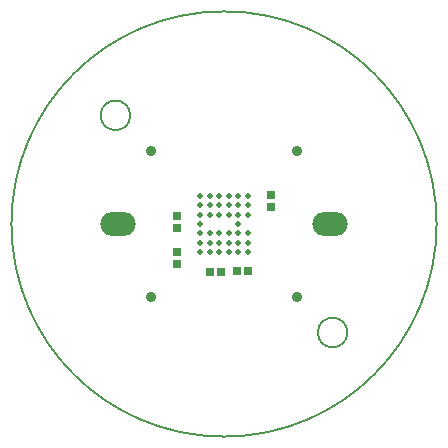
<source format=gts>
%FSLAX25Y25*%
%MOIN*%
G70*
G01*
G75*
G04 Layer_Color=8388736*
%ADD10R,0.02362X0.02362*%
%ADD11R,0.02362X0.02362*%
%ADD12C,0.01142*%
%ADD13C,0.00500*%
%ADD14C,0.00600*%
%ADD15C,0.01200*%
%ADD16C,0.00800*%
%ADD17C,0.00250*%
%ADD18C,0.02756*%
%ADD19O,0.11024X0.07087*%
%ADD20C,0.02000*%
%ADD21C,0.01600*%
%ADD22R,0.01181X0.05906*%
%ADD23R,0.08661X0.12992*%
%ADD24C,0.00984*%
%ADD25C,0.00787*%
%ADD26R,0.03162X0.03162*%
%ADD27R,0.03162X0.03162*%
%ADD28C,0.01942*%
%ADD29C,0.03556*%
%ADD30O,0.11824X0.07887*%
D13*
X70866Y0D02*
G03*
X70866Y0I-70866J0D01*
G01*
X-31270Y36191D02*
G03*
X-31270Y36191I-4921J0D01*
G01*
X41111Y-36191D02*
G03*
X41111Y-36191I-4921J0D01*
G01*
D17*
X50235Y50110D02*
G03*
X50235Y50110I-125J0D01*
G01*
X125Y70866D02*
G03*
X125Y70866I-125J0D01*
G01*
X-49985Y50110D02*
G03*
X-49985Y50110I-125J0D01*
G01*
X-70741Y0D02*
G03*
X-70741Y0I-125J0D01*
G01*
X-49985Y-50110D02*
G03*
X-49985Y-50110I-125J0D01*
G01*
X125Y-70866D02*
G03*
X125Y-70866I-125J0D01*
G01*
X50235Y-50110D02*
G03*
X50235Y-50110I-125J0D01*
G01*
X70991Y0D02*
G03*
X70991Y0I-125J0D01*
G01*
D26*
X8137Y-15800D02*
D03*
X4200D02*
D03*
X-900Y-15900D02*
D03*
X-4837D02*
D03*
D27*
X15700Y9537D02*
D03*
Y5600D02*
D03*
X-15600Y-9263D02*
D03*
Y-13200D02*
D03*
Y2500D02*
D03*
Y-1437D02*
D03*
D28*
X7874Y-9449D02*
D03*
X4724D02*
D03*
X1575D02*
D03*
X-1575D02*
D03*
X-4724D02*
D03*
X-7874D02*
D03*
X7874Y-6299D02*
D03*
X4724D02*
D03*
X1575D02*
D03*
X-1575D02*
D03*
X-4724D02*
D03*
X-7874D02*
D03*
X7874Y-3150D02*
D03*
X4724D02*
D03*
X1575D02*
D03*
X-1575D02*
D03*
X-4724D02*
D03*
X-7874D02*
D03*
X4724Y0D02*
D03*
X-7874D02*
D03*
X7874Y3150D02*
D03*
X4724D02*
D03*
X1575D02*
D03*
X-1575D02*
D03*
X-4724D02*
D03*
X-7874D02*
D03*
X7874Y6299D02*
D03*
X4724D02*
D03*
X1575D02*
D03*
X-1575D02*
D03*
X-4724D02*
D03*
X-7874D02*
D03*
X7874Y9449D02*
D03*
X4724D02*
D03*
X1575D02*
D03*
X-1575D02*
D03*
X-4724D02*
D03*
X-7874D02*
D03*
D29*
X-24213Y-24213D02*
D03*
X24213D02*
D03*
X-24213Y24213D02*
D03*
X24213D02*
D03*
D30*
X35433Y0D02*
D03*
X-35433D02*
D03*
M02*

</source>
